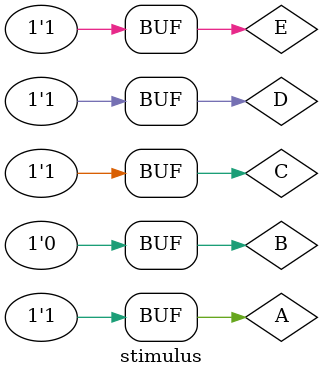
<source format=v>
`timescale 1ns / 1ps
module stimulus;
reg A;
reg B;
reg C;
reg D;
reg E;
wire Z;
comparator  uut
(
    .A(A),
    .B(B),
    .C(C),
    .D(D),
    .E(E),
    .Z(Z)

);
initial begin 
$dumpfile("test.vcd");
$dumpvars(0,stimulus);
    A=0; B=0; C=0; D=0; E=0;
    #5
    A=0; B=0; C=0; D=0; E=1;
    #5
    A=0; B=0; C=0; D=1; E=1;
    #5
    A=0; B=0; C=1; D=1; E=1;
    #5
    A=0; B=1; C=1; D=1; E=1;
    #5
    A=1; B=1; C=1; D=1; E=1;
    #5
    A=1; B=0; C=0; D=0; E=0;
    #5
    A=1; B=0; C=1; D=0; E=0;
    #5
    A=1; B=0; C=1; D=0; E=1;
    #5
    A=1; B=0; C=1; D=1; E=1;
    #10;
end
initial begin
$monitor("A=%d,B=%d,C=%d,D=%d,E=%d,Z=%d \n",A,B,C,D,E,Z);
end
endmodule
</source>
